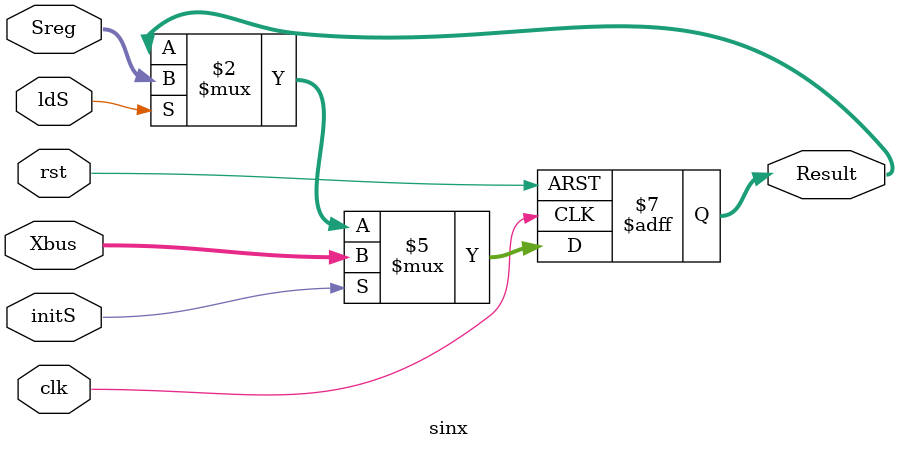
<source format=sv>
module sinx(input [15:0]Sreg,Xbus,input clk,rst,ldS,initS,output logic[15:0]Result);
always@(posedge clk,posedge rst) begin
if(rst) Result <=16'b0; else begin
if(initS) Result<=Xbus;
else if (ldS) Result <=Sreg;
end
end
endmodule

</source>
